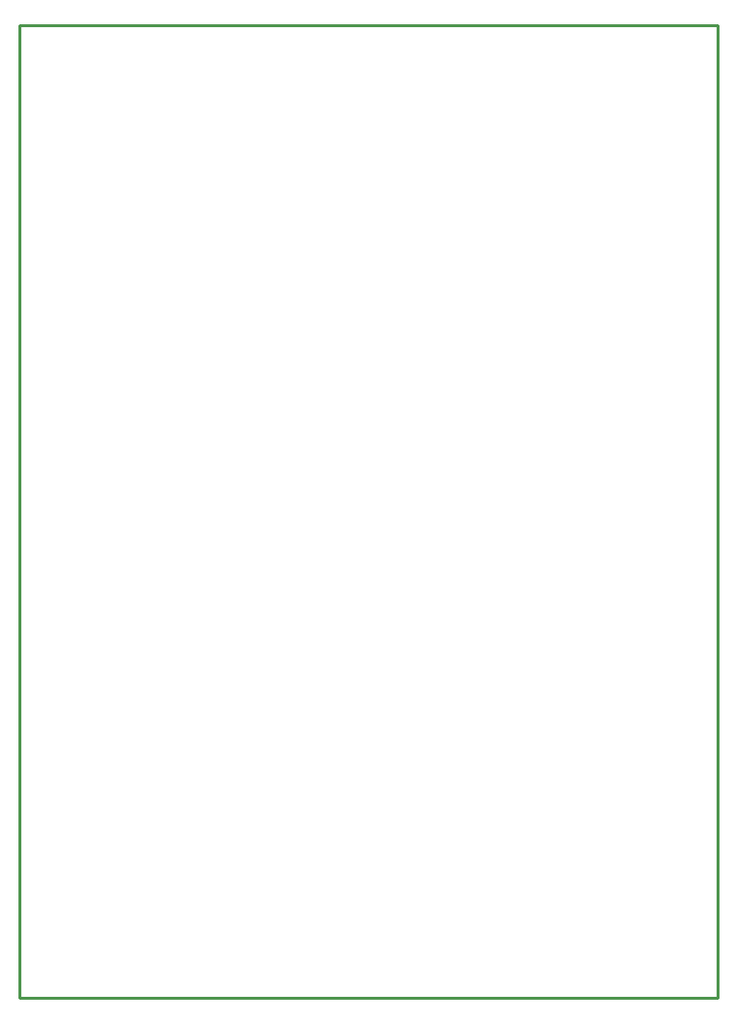
<source format=gko>
G04*
G04 #@! TF.GenerationSoftware,Altium Limited,Altium Designer,19.1.8 (144)*
G04*
G04 Layer_Color=16711935*
%FSLAX25Y25*%
%MOIN*%
G70*
G01*
G75*
%ADD12C,0.01000*%
D12*
X410000Y156000D02*
Y490000D01*
X170000Y490000D02*
X410000Y490000D01*
X170000Y156000D02*
Y490000D01*
Y156000D02*
X410000D01*
M02*

</source>
